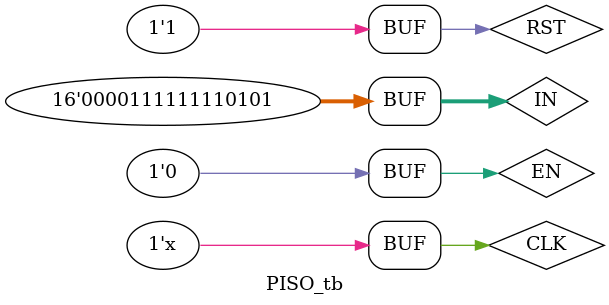
<source format=v>


`timescale 1ns/1ns

module PISO_tb();

reg [15:0]IN;
wire OUT;
reg CLK,RST,EN;

PISO dut (.OUT(OUT),.CLK(CLK),.RST(RST),.EN(EN),.IN(IN));


always #2 CLK=~CLK;

initial 
begin
CLK<=0;
EN<=0;
RST=0;
#2
RST<=1;
IN<=16'b0;
#6;
RST<=0;
#5
RST<=1;

#2;
EN<=1;

IN<=16'b1111111111111111;
#4;
EN<=0;
#70;
EN<=1;
#5;
IN<=16'b1010111111110101;
#4;
EN<=0;
#70;
EN<=0;
IN<=16'b0000111111110101;


end


initial 
begin
$monitor("The output of the Serial Out at time %0t is %b ",$time,OUT);
end

endmodule

</source>
